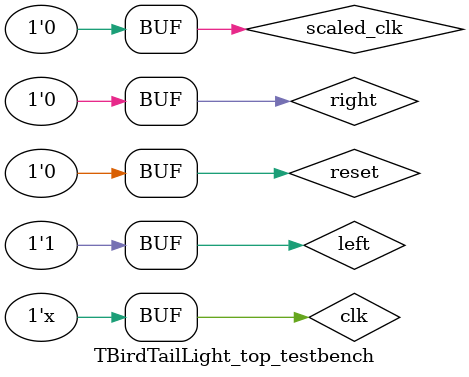
<source format=sv>
`timescale 1ns / 1ps


module TBirdTailLight_top_testbench();
    logic clk = 1'b0, scaled_clk = 1'b0;
    logic reset;
    logic left, right;
    logic la, lb, lc, ra, rb, rc;
    
    parameter Time_Period = 10;
    
    // creates clock with a 1ms period
    always #(Time_Period/2) clk = ~clk;
    
    // instantiates devices under test
    Clock_Scalar DUT1(.clk(clk),
                  .reset(reset),
                  .scaled_clk(scaled_clk));
                      
    TBirdTailLights DUT2(.clk(clk), 
                        .reset(reset), 
                        .right(right),
                        .left(left),
                        .la(la),
                        .lb(lb),
                        .lc(lc),
                        .ra(ra),
                        .rb(rb),
                        .rc(rc));
    
    initial begin
        reset = 1;
        #1000000000
        reset = 0; right = 1;
        #1000000000
        right = 0; left = 1;
    end

endmodule

</source>
